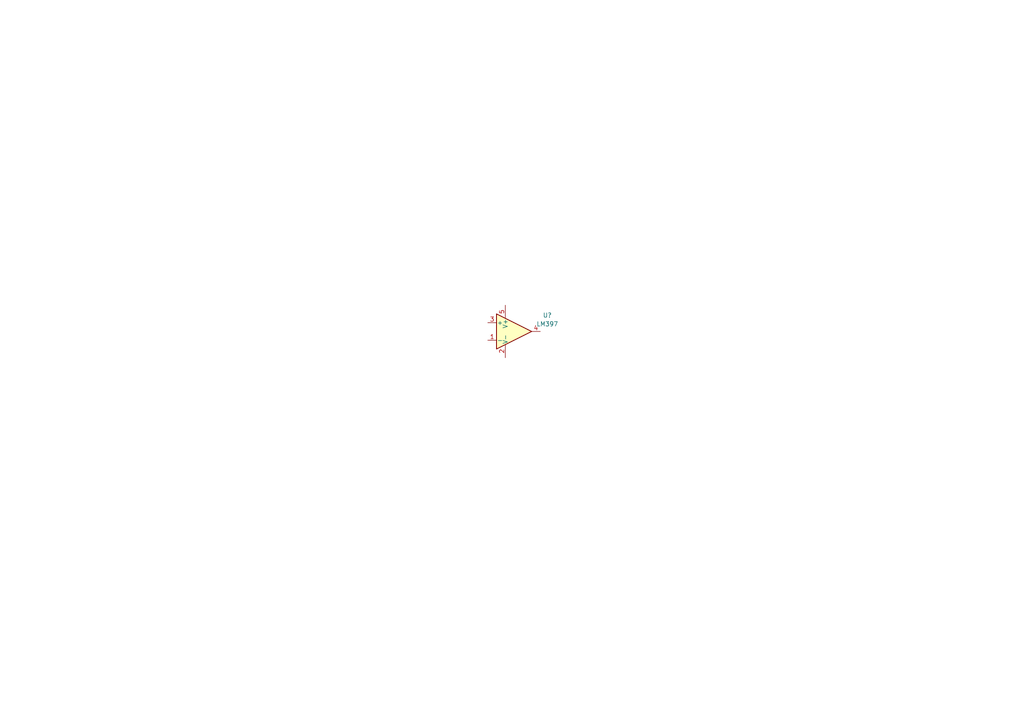
<source format=kicad_sch>
(kicad_sch (version 20211123) (generator eeschema)
  (paper "A4")
  (lib_symbols
    (symbol "Comparator:LM397" (pin_names (offset 0.127))
      (property "Reference" "U" (at 1.27 5.08 0))
      (property "Value" "LM397" (at 3.81 -5.08 0))
      (symbol "LM397_0_1"
        (polyline (pts (xy -5.08 5.08) (xy 5.08 0) (xy -5.08 -5.08) (xy -5.08 5.08)) (stroke (width 0.254)) (fill (type background)))
      )
      (symbol "LM397_1_1"
        (pin input line (at -7.62 -2.54 0) (length 2.54) (name "-") (number "1"))
        (pin power_in line (at -2.54 -7.62 90) (length 3.81) (name "V-") (number "2"))
        (pin input line (at -7.62 2.54 0) (length 2.54) (name "+") (number "3"))
        (pin open_collector line (at 7.62 0 180) (length 2.54) (name "~") (number "4"))
        (pin power_in line (at -2.54 7.62 270) (length 3.81) (name "V+") (number "5"))
      )
    )
  )
  (symbol (lib_id "Comparator:LM397") (at 149.098 96.139 0) (unit 1)
    (property "Reference" "U?" (at 158.75 91.44 0))
    (property "Value" "LM397" (at 158.75 93.98 0))
    (property "Footprint" "Package_TO_SOT_SMD:SOT-23-5" (effects hide))
    (property "Datasheet" "http://www.ti.com/lit/ds/symlink/lm397.pdf" (effects hide))
  )
)
</source>
